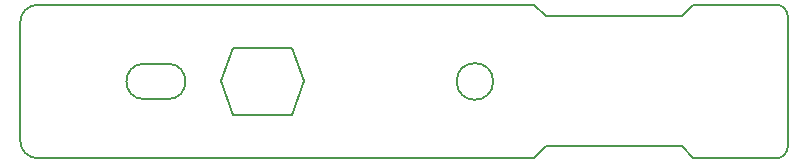
<source format=gm1>
G04 #@! TF.GenerationSoftware,KiCad,Pcbnew,(2018-01-11 revision 6f2beeb)-master*
G04 #@! TF.CreationDate,2018-01-16T00:01:00+01:00*
G04 #@! TF.ProjectId,6pinICSP,3670696E494353502E6B696361645F70,rev?*
G04 #@! TF.SameCoordinates,Original*
G04 #@! TF.FileFunction,Profile,NP*
%FSLAX46Y46*%
G04 Gerber Fmt 4.6, Leading zero omitted, Abs format (unit mm)*
G04 Created by KiCad (PCBNEW (2018-01-11 revision 6f2beeb)-master) date Tuesday, 16 January 2018 'AMt' 00:01:00*
%MOMM*%
%LPD*%
G01*
G04 APERTURE LIST*
%ADD10C,0.150000*%
G04 APERTURE END LIST*
D10*
X67000000Y-56500000D02*
X68000000Y-53700000D01*
X68000000Y-59300000D02*
X67000000Y-56500000D01*
X73000000Y-59300000D02*
X68000000Y-59300000D01*
X74000000Y-56500000D02*
X73000000Y-59300000D01*
X73000000Y-53700000D02*
X74000000Y-56500000D01*
X68000000Y-53700000D02*
X73000000Y-53700000D01*
X60500000Y-55000000D02*
X62500000Y-55000000D01*
X60500000Y-58000000D02*
X62500000Y-58000000D01*
X60500000Y-58000000D02*
G75*
G02X60500000Y-55000000I0J1500000D01*
G01*
X62500000Y-55000000D02*
G75*
G02X62500000Y-58000000I0J-1500000D01*
G01*
X90050000Y-56500000D02*
G75*
G03X90050000Y-56500000I-1550000J0D01*
G01*
X107000000Y-63000000D02*
X114000000Y-63000000D01*
X106000000Y-62000000D02*
X107000000Y-63000000D01*
X94500000Y-62000000D02*
X106000000Y-62000000D01*
X93500000Y-63000000D02*
X94500000Y-62000000D01*
X51500000Y-63000000D02*
X93500000Y-63000000D01*
X93500000Y-50000000D02*
X51500000Y-50000000D01*
X94500000Y-51000000D02*
X93500000Y-50000000D01*
X106000000Y-51000000D02*
X94500000Y-51000000D01*
X107000000Y-50000000D02*
X106000000Y-51000000D01*
X114000000Y-50000000D02*
X107000000Y-50000000D01*
X50000000Y-51500000D02*
X50000000Y-61500000D01*
X115000000Y-51000000D02*
X115000000Y-62000000D01*
X115000000Y-62000000D02*
G75*
G02X114000000Y-63000000I-1000000J0D01*
G01*
X114000000Y-50000000D02*
G75*
G02X115000000Y-51000000I0J-1000000D01*
G01*
X51500000Y-63000000D02*
G75*
G02X50000000Y-61500000I0J1500000D01*
G01*
X50000000Y-51500000D02*
G75*
G02X51500000Y-50000000I1500000J0D01*
G01*
M02*

</source>
